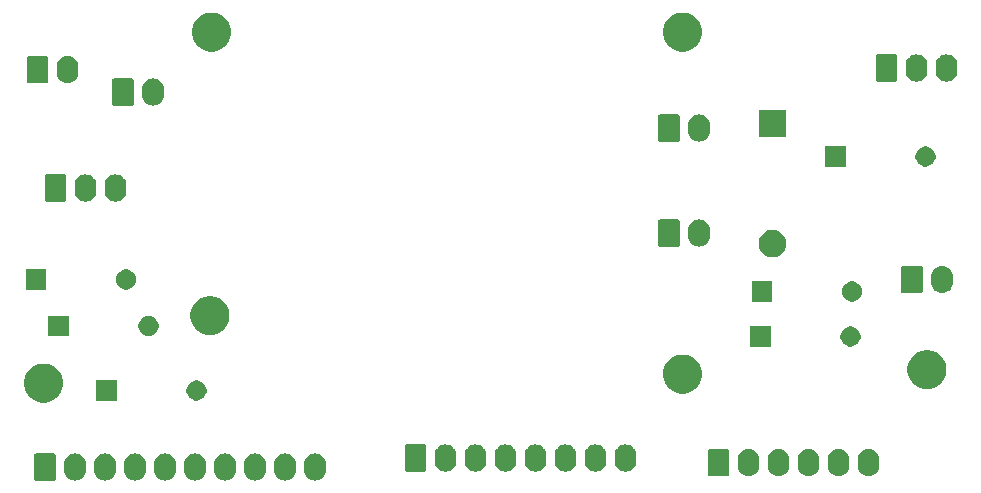
<source format=gbr>
G04 #@! TF.GenerationSoftware,KiCad,Pcbnew,(5.1.5-0-10_14)*
G04 #@! TF.CreationDate,2021-04-18T14:44:46+10:00*
G04 #@! TF.ProjectId,OH - Right Console - 5 - Sensor Panel,4f48202d-2052-4696-9768-7420436f6e73,rev?*
G04 #@! TF.SameCoordinates,Original*
G04 #@! TF.FileFunction,Soldermask,Top*
G04 #@! TF.FilePolarity,Negative*
%FSLAX46Y46*%
G04 Gerber Fmt 4.6, Leading zero omitted, Abs format (unit mm)*
G04 Created by KiCad (PCBNEW (5.1.5-0-10_14)) date 2021-04-18 14:44:46*
%MOMM*%
%LPD*%
G04 APERTURE LIST*
%ADD10C,0.100000*%
G04 APERTURE END LIST*
D10*
G36*
X75745547Y-99573326D02*
G01*
X75919156Y-99625990D01*
X75919158Y-99625991D01*
X76079155Y-99711511D01*
X76219397Y-99826603D01*
X76295595Y-99919452D01*
X76334489Y-99966844D01*
X76420010Y-100126843D01*
X76472674Y-100300452D01*
X76486000Y-100435756D01*
X76486000Y-100986243D01*
X76472674Y-101121548D01*
X76420010Y-101295157D01*
X76334489Y-101455156D01*
X76317452Y-101475915D01*
X76219397Y-101595397D01*
X76122729Y-101674729D01*
X76079156Y-101710489D01*
X75919157Y-101796010D01*
X75745548Y-101848674D01*
X75565000Y-101866456D01*
X75384453Y-101848674D01*
X75210844Y-101796010D01*
X75050845Y-101710489D01*
X75007272Y-101674729D01*
X74910604Y-101595397D01*
X74795513Y-101455157D01*
X74795512Y-101455155D01*
X74709990Y-101295157D01*
X74657326Y-101121548D01*
X74644000Y-100986244D01*
X74644000Y-100435757D01*
X74657326Y-100300453D01*
X74709990Y-100126844D01*
X74795511Y-99966845D01*
X74795512Y-99966844D01*
X74910603Y-99826603D01*
X75007271Y-99747271D01*
X75050844Y-99711511D01*
X75210843Y-99625990D01*
X75384452Y-99573326D01*
X75565000Y-99555544D01*
X75745547Y-99573326D01*
G37*
G36*
X78285547Y-99573326D02*
G01*
X78459156Y-99625990D01*
X78459158Y-99625991D01*
X78619155Y-99711511D01*
X78759397Y-99826603D01*
X78835595Y-99919452D01*
X78874489Y-99966844D01*
X78960010Y-100126843D01*
X79012674Y-100300452D01*
X79026000Y-100435756D01*
X79026000Y-100986243D01*
X79012674Y-101121548D01*
X78960010Y-101295157D01*
X78874489Y-101455156D01*
X78857452Y-101475915D01*
X78759397Y-101595397D01*
X78662729Y-101674729D01*
X78619156Y-101710489D01*
X78459157Y-101796010D01*
X78285548Y-101848674D01*
X78105000Y-101866456D01*
X77924453Y-101848674D01*
X77750844Y-101796010D01*
X77590845Y-101710489D01*
X77547272Y-101674729D01*
X77450604Y-101595397D01*
X77335513Y-101455157D01*
X77335512Y-101455155D01*
X77249990Y-101295157D01*
X77197326Y-101121548D01*
X77184000Y-100986244D01*
X77184000Y-100435757D01*
X77197326Y-100300453D01*
X77249990Y-100126844D01*
X77335511Y-99966845D01*
X77335512Y-99966844D01*
X77450603Y-99826603D01*
X77547271Y-99747271D01*
X77590844Y-99711511D01*
X77750843Y-99625990D01*
X77924452Y-99573326D01*
X78105000Y-99555544D01*
X78285547Y-99573326D01*
G37*
G36*
X80825547Y-99573326D02*
G01*
X80999156Y-99625990D01*
X80999158Y-99625991D01*
X81159155Y-99711511D01*
X81299397Y-99826603D01*
X81375595Y-99919452D01*
X81414489Y-99966844D01*
X81500010Y-100126843D01*
X81552674Y-100300452D01*
X81566000Y-100435756D01*
X81566000Y-100986243D01*
X81552674Y-101121548D01*
X81500010Y-101295157D01*
X81414489Y-101455156D01*
X81397452Y-101475915D01*
X81299397Y-101595397D01*
X81202729Y-101674729D01*
X81159156Y-101710489D01*
X80999157Y-101796010D01*
X80825548Y-101848674D01*
X80645000Y-101866456D01*
X80464453Y-101848674D01*
X80290844Y-101796010D01*
X80130845Y-101710489D01*
X80087272Y-101674729D01*
X79990604Y-101595397D01*
X79875513Y-101455157D01*
X79875512Y-101455155D01*
X79789990Y-101295157D01*
X79737326Y-101121548D01*
X79724000Y-100986244D01*
X79724000Y-100435757D01*
X79737326Y-100300453D01*
X79789990Y-100126844D01*
X79875511Y-99966845D01*
X79875512Y-99966844D01*
X79990603Y-99826603D01*
X80087271Y-99747271D01*
X80130844Y-99711511D01*
X80290843Y-99625990D01*
X80464452Y-99573326D01*
X80645000Y-99555544D01*
X80825547Y-99573326D01*
G37*
G36*
X83365547Y-99573326D02*
G01*
X83539156Y-99625990D01*
X83539158Y-99625991D01*
X83699155Y-99711511D01*
X83839397Y-99826603D01*
X83915595Y-99919452D01*
X83954489Y-99966844D01*
X84040010Y-100126843D01*
X84092674Y-100300452D01*
X84106000Y-100435756D01*
X84106000Y-100986243D01*
X84092674Y-101121548D01*
X84040010Y-101295157D01*
X83954489Y-101455156D01*
X83937452Y-101475915D01*
X83839397Y-101595397D01*
X83742729Y-101674729D01*
X83699156Y-101710489D01*
X83539157Y-101796010D01*
X83365548Y-101848674D01*
X83185000Y-101866456D01*
X83004453Y-101848674D01*
X82830844Y-101796010D01*
X82670845Y-101710489D01*
X82627272Y-101674729D01*
X82530604Y-101595397D01*
X82415513Y-101455157D01*
X82415512Y-101455155D01*
X82329990Y-101295157D01*
X82277326Y-101121548D01*
X82264000Y-100986244D01*
X82264000Y-100435757D01*
X82277326Y-100300453D01*
X82329990Y-100126844D01*
X82415511Y-99966845D01*
X82415512Y-99966844D01*
X82530603Y-99826603D01*
X82627271Y-99747271D01*
X82670844Y-99711511D01*
X82830843Y-99625990D01*
X83004452Y-99573326D01*
X83185000Y-99555544D01*
X83365547Y-99573326D01*
G37*
G36*
X85905547Y-99573326D02*
G01*
X86079156Y-99625990D01*
X86079158Y-99625991D01*
X86239155Y-99711511D01*
X86379397Y-99826603D01*
X86455595Y-99919452D01*
X86494489Y-99966844D01*
X86580010Y-100126843D01*
X86632674Y-100300452D01*
X86646000Y-100435756D01*
X86646000Y-100986243D01*
X86632674Y-101121548D01*
X86580010Y-101295157D01*
X86494489Y-101455156D01*
X86477452Y-101475915D01*
X86379397Y-101595397D01*
X86282729Y-101674729D01*
X86239156Y-101710489D01*
X86079157Y-101796010D01*
X85905548Y-101848674D01*
X85725000Y-101866456D01*
X85544453Y-101848674D01*
X85370844Y-101796010D01*
X85210845Y-101710489D01*
X85167272Y-101674729D01*
X85070604Y-101595397D01*
X84955513Y-101455157D01*
X84955512Y-101455155D01*
X84869990Y-101295157D01*
X84817326Y-101121548D01*
X84804000Y-100986244D01*
X84804000Y-100435757D01*
X84817326Y-100300453D01*
X84869990Y-100126844D01*
X84955511Y-99966845D01*
X84955512Y-99966844D01*
X85070603Y-99826603D01*
X85167271Y-99747271D01*
X85210844Y-99711511D01*
X85370843Y-99625990D01*
X85544452Y-99573326D01*
X85725000Y-99555544D01*
X85905547Y-99573326D01*
G37*
G36*
X88445547Y-99573326D02*
G01*
X88619156Y-99625990D01*
X88619158Y-99625991D01*
X88779155Y-99711511D01*
X88919397Y-99826603D01*
X88995595Y-99919452D01*
X89034489Y-99966844D01*
X89120010Y-100126843D01*
X89172674Y-100300452D01*
X89186000Y-100435756D01*
X89186000Y-100986243D01*
X89172674Y-101121548D01*
X89120010Y-101295157D01*
X89034489Y-101455156D01*
X89017452Y-101475915D01*
X88919397Y-101595397D01*
X88822729Y-101674729D01*
X88779156Y-101710489D01*
X88619157Y-101796010D01*
X88445548Y-101848674D01*
X88265000Y-101866456D01*
X88084453Y-101848674D01*
X87910844Y-101796010D01*
X87750845Y-101710489D01*
X87707272Y-101674729D01*
X87610604Y-101595397D01*
X87495513Y-101455157D01*
X87495512Y-101455155D01*
X87409990Y-101295157D01*
X87357326Y-101121548D01*
X87344000Y-100986244D01*
X87344000Y-100435757D01*
X87357326Y-100300453D01*
X87409990Y-100126844D01*
X87495511Y-99966845D01*
X87495512Y-99966844D01*
X87610603Y-99826603D01*
X87707271Y-99747271D01*
X87750844Y-99711511D01*
X87910843Y-99625990D01*
X88084452Y-99573326D01*
X88265000Y-99555544D01*
X88445547Y-99573326D01*
G37*
G36*
X90985547Y-99573326D02*
G01*
X91159156Y-99625990D01*
X91159158Y-99625991D01*
X91319155Y-99711511D01*
X91459397Y-99826603D01*
X91535595Y-99919452D01*
X91574489Y-99966844D01*
X91660010Y-100126843D01*
X91712674Y-100300452D01*
X91726000Y-100435756D01*
X91726000Y-100986243D01*
X91712674Y-101121548D01*
X91660010Y-101295157D01*
X91574489Y-101455156D01*
X91557452Y-101475915D01*
X91459397Y-101595397D01*
X91362729Y-101674729D01*
X91319156Y-101710489D01*
X91159157Y-101796010D01*
X90985548Y-101848674D01*
X90805000Y-101866456D01*
X90624453Y-101848674D01*
X90450844Y-101796010D01*
X90290845Y-101710489D01*
X90247272Y-101674729D01*
X90150604Y-101595397D01*
X90035513Y-101455157D01*
X90035512Y-101455155D01*
X89949990Y-101295157D01*
X89897326Y-101121548D01*
X89884000Y-100986244D01*
X89884000Y-100435757D01*
X89897326Y-100300453D01*
X89949990Y-100126844D01*
X90035511Y-99966845D01*
X90035512Y-99966844D01*
X90150603Y-99826603D01*
X90247271Y-99747271D01*
X90290844Y-99711511D01*
X90450843Y-99625990D01*
X90624452Y-99573326D01*
X90805000Y-99555544D01*
X90985547Y-99573326D01*
G37*
G36*
X93525547Y-99573326D02*
G01*
X93699156Y-99625990D01*
X93699158Y-99625991D01*
X93859155Y-99711511D01*
X93999397Y-99826603D01*
X94075595Y-99919452D01*
X94114489Y-99966844D01*
X94200010Y-100126843D01*
X94252674Y-100300452D01*
X94266000Y-100435756D01*
X94266000Y-100986243D01*
X94252674Y-101121548D01*
X94200010Y-101295157D01*
X94114489Y-101455156D01*
X94097452Y-101475915D01*
X93999397Y-101595397D01*
X93902729Y-101674729D01*
X93859156Y-101710489D01*
X93699157Y-101796010D01*
X93525548Y-101848674D01*
X93345000Y-101866456D01*
X93164453Y-101848674D01*
X92990844Y-101796010D01*
X92830845Y-101710489D01*
X92787272Y-101674729D01*
X92690604Y-101595397D01*
X92575513Y-101455157D01*
X92575512Y-101455155D01*
X92489990Y-101295157D01*
X92437326Y-101121548D01*
X92424000Y-100986244D01*
X92424000Y-100435757D01*
X92437326Y-100300453D01*
X92489990Y-100126844D01*
X92575511Y-99966845D01*
X92575512Y-99966844D01*
X92690603Y-99826603D01*
X92787271Y-99747271D01*
X92830844Y-99711511D01*
X92990843Y-99625990D01*
X93164452Y-99573326D01*
X93345000Y-99555544D01*
X93525547Y-99573326D01*
G37*
G36*
X96065547Y-99573326D02*
G01*
X96239156Y-99625990D01*
X96239158Y-99625991D01*
X96399155Y-99711511D01*
X96539397Y-99826603D01*
X96615595Y-99919452D01*
X96654489Y-99966844D01*
X96740010Y-100126843D01*
X96792674Y-100300452D01*
X96806000Y-100435756D01*
X96806000Y-100986243D01*
X96792674Y-101121548D01*
X96740010Y-101295157D01*
X96654489Y-101455156D01*
X96637452Y-101475915D01*
X96539397Y-101595397D01*
X96442729Y-101674729D01*
X96399156Y-101710489D01*
X96239157Y-101796010D01*
X96065548Y-101848674D01*
X95885000Y-101866456D01*
X95704453Y-101848674D01*
X95530844Y-101796010D01*
X95370845Y-101710489D01*
X95327272Y-101674729D01*
X95230604Y-101595397D01*
X95115513Y-101455157D01*
X95115512Y-101455155D01*
X95029990Y-101295157D01*
X94977326Y-101121548D01*
X94964000Y-100986244D01*
X94964000Y-100435757D01*
X94977326Y-100300453D01*
X95029990Y-100126844D01*
X95115511Y-99966845D01*
X95115512Y-99966844D01*
X95230603Y-99826603D01*
X95327271Y-99747271D01*
X95370844Y-99711511D01*
X95530843Y-99625990D01*
X95704452Y-99573326D01*
X95885000Y-99555544D01*
X96065547Y-99573326D01*
G37*
G36*
X73804561Y-99563966D02*
G01*
X73837383Y-99573923D01*
X73867632Y-99590092D01*
X73894148Y-99611852D01*
X73915908Y-99638368D01*
X73932077Y-99668617D01*
X73942034Y-99701439D01*
X73946000Y-99741713D01*
X73946000Y-101680287D01*
X73942034Y-101720561D01*
X73932077Y-101753383D01*
X73915908Y-101783632D01*
X73894148Y-101810148D01*
X73867632Y-101831908D01*
X73837383Y-101848077D01*
X73804561Y-101858034D01*
X73764287Y-101862000D01*
X72285713Y-101862000D01*
X72245439Y-101858034D01*
X72212617Y-101848077D01*
X72182368Y-101831908D01*
X72155852Y-101810148D01*
X72134092Y-101783632D01*
X72117923Y-101753383D01*
X72107966Y-101720561D01*
X72104000Y-101680287D01*
X72104000Y-99741713D01*
X72107966Y-99701439D01*
X72117923Y-99668617D01*
X72134092Y-99638368D01*
X72155852Y-99611852D01*
X72182368Y-99590092D01*
X72212617Y-99573923D01*
X72245439Y-99563966D01*
X72285713Y-99560000D01*
X73764287Y-99560000D01*
X73804561Y-99563966D01*
G37*
G36*
X142928547Y-99192326D02*
G01*
X143102156Y-99244990D01*
X143102158Y-99244991D01*
X143262155Y-99330511D01*
X143402397Y-99445603D01*
X143478595Y-99538452D01*
X143517489Y-99585844D01*
X143561732Y-99668617D01*
X143600803Y-99741713D01*
X143603010Y-99745843D01*
X143655674Y-99919452D01*
X143669000Y-100054756D01*
X143669000Y-100605243D01*
X143655674Y-100740548D01*
X143603010Y-100914157D01*
X143517489Y-101074156D01*
X143500452Y-101094915D01*
X143402397Y-101214397D01*
X143305729Y-101293729D01*
X143262156Y-101329489D01*
X143102157Y-101415010D01*
X142928548Y-101467674D01*
X142748000Y-101485456D01*
X142567453Y-101467674D01*
X142393844Y-101415010D01*
X142233845Y-101329489D01*
X142190272Y-101293729D01*
X142093604Y-101214397D01*
X141978513Y-101074157D01*
X141978512Y-101074155D01*
X141892990Y-100914157D01*
X141840326Y-100740548D01*
X141827000Y-100605244D01*
X141827000Y-100054757D01*
X141840326Y-99919453D01*
X141892990Y-99745844D01*
X141978511Y-99585845D01*
X141995548Y-99565085D01*
X142093603Y-99445603D01*
X142190271Y-99366271D01*
X142233844Y-99330511D01*
X142393843Y-99244990D01*
X142567452Y-99192326D01*
X142748000Y-99174544D01*
X142928547Y-99192326D01*
G37*
G36*
X140388547Y-99192326D02*
G01*
X140562156Y-99244990D01*
X140562158Y-99244991D01*
X140722155Y-99330511D01*
X140862397Y-99445603D01*
X140938595Y-99538452D01*
X140977489Y-99585844D01*
X141021732Y-99668617D01*
X141060803Y-99741713D01*
X141063010Y-99745843D01*
X141115674Y-99919452D01*
X141129000Y-100054756D01*
X141129000Y-100605243D01*
X141115674Y-100740548D01*
X141063010Y-100914157D01*
X140977489Y-101074156D01*
X140960452Y-101094915D01*
X140862397Y-101214397D01*
X140765729Y-101293729D01*
X140722156Y-101329489D01*
X140562157Y-101415010D01*
X140388548Y-101467674D01*
X140208000Y-101485456D01*
X140027453Y-101467674D01*
X139853844Y-101415010D01*
X139693845Y-101329489D01*
X139650272Y-101293729D01*
X139553604Y-101214397D01*
X139438513Y-101074157D01*
X139438512Y-101074155D01*
X139352990Y-100914157D01*
X139300326Y-100740548D01*
X139287000Y-100605244D01*
X139287000Y-100054757D01*
X139300326Y-99919453D01*
X139352990Y-99745844D01*
X139438511Y-99585845D01*
X139455548Y-99565085D01*
X139553603Y-99445603D01*
X139650271Y-99366271D01*
X139693844Y-99330511D01*
X139853843Y-99244990D01*
X140027452Y-99192326D01*
X140208000Y-99174544D01*
X140388547Y-99192326D01*
G37*
G36*
X137848547Y-99192326D02*
G01*
X138022156Y-99244990D01*
X138022158Y-99244991D01*
X138182155Y-99330511D01*
X138322397Y-99445603D01*
X138398595Y-99538452D01*
X138437489Y-99585844D01*
X138481732Y-99668617D01*
X138520803Y-99741713D01*
X138523010Y-99745843D01*
X138575674Y-99919452D01*
X138589000Y-100054756D01*
X138589000Y-100605243D01*
X138575674Y-100740548D01*
X138523010Y-100914157D01*
X138437489Y-101074156D01*
X138420452Y-101094915D01*
X138322397Y-101214397D01*
X138225729Y-101293729D01*
X138182156Y-101329489D01*
X138022157Y-101415010D01*
X137848548Y-101467674D01*
X137668000Y-101485456D01*
X137487453Y-101467674D01*
X137313844Y-101415010D01*
X137153845Y-101329489D01*
X137110272Y-101293729D01*
X137013604Y-101214397D01*
X136898513Y-101074157D01*
X136898512Y-101074155D01*
X136812990Y-100914157D01*
X136760326Y-100740548D01*
X136747000Y-100605244D01*
X136747000Y-100054757D01*
X136760326Y-99919453D01*
X136812990Y-99745844D01*
X136898511Y-99585845D01*
X136915548Y-99565085D01*
X137013603Y-99445603D01*
X137110271Y-99366271D01*
X137153844Y-99330511D01*
X137313843Y-99244990D01*
X137487452Y-99192326D01*
X137668000Y-99174544D01*
X137848547Y-99192326D01*
G37*
G36*
X135308547Y-99192326D02*
G01*
X135482156Y-99244990D01*
X135482158Y-99244991D01*
X135642155Y-99330511D01*
X135782397Y-99445603D01*
X135858595Y-99538452D01*
X135897489Y-99585844D01*
X135941732Y-99668617D01*
X135980803Y-99741713D01*
X135983010Y-99745843D01*
X136035674Y-99919452D01*
X136049000Y-100054756D01*
X136049000Y-100605243D01*
X136035674Y-100740548D01*
X135983010Y-100914157D01*
X135897489Y-101074156D01*
X135880452Y-101094915D01*
X135782397Y-101214397D01*
X135685729Y-101293729D01*
X135642156Y-101329489D01*
X135482157Y-101415010D01*
X135308548Y-101467674D01*
X135128000Y-101485456D01*
X134947453Y-101467674D01*
X134773844Y-101415010D01*
X134613845Y-101329489D01*
X134570272Y-101293729D01*
X134473604Y-101214397D01*
X134358513Y-101074157D01*
X134358512Y-101074155D01*
X134272990Y-100914157D01*
X134220326Y-100740548D01*
X134207000Y-100605244D01*
X134207000Y-100054757D01*
X134220326Y-99919453D01*
X134272990Y-99745844D01*
X134358511Y-99585845D01*
X134375548Y-99565085D01*
X134473603Y-99445603D01*
X134570271Y-99366271D01*
X134613844Y-99330511D01*
X134773843Y-99244990D01*
X134947452Y-99192326D01*
X135128000Y-99174544D01*
X135308547Y-99192326D01*
G37*
G36*
X132768547Y-99192326D02*
G01*
X132942156Y-99244990D01*
X132942158Y-99244991D01*
X133102155Y-99330511D01*
X133242397Y-99445603D01*
X133318595Y-99538452D01*
X133357489Y-99585844D01*
X133401732Y-99668617D01*
X133440803Y-99741713D01*
X133443010Y-99745843D01*
X133495674Y-99919452D01*
X133509000Y-100054756D01*
X133509000Y-100605243D01*
X133495674Y-100740548D01*
X133443010Y-100914157D01*
X133357489Y-101074156D01*
X133340452Y-101094915D01*
X133242397Y-101214397D01*
X133145729Y-101293729D01*
X133102156Y-101329489D01*
X132942157Y-101415010D01*
X132768548Y-101467674D01*
X132588000Y-101485456D01*
X132407453Y-101467674D01*
X132233844Y-101415010D01*
X132073845Y-101329489D01*
X132030272Y-101293729D01*
X131933604Y-101214397D01*
X131818513Y-101074157D01*
X131818512Y-101074155D01*
X131732990Y-100914157D01*
X131680326Y-100740548D01*
X131667000Y-100605244D01*
X131667000Y-100054757D01*
X131680326Y-99919453D01*
X131732990Y-99745844D01*
X131818511Y-99585845D01*
X131835548Y-99565085D01*
X131933603Y-99445603D01*
X132030271Y-99366271D01*
X132073844Y-99330511D01*
X132233843Y-99244990D01*
X132407452Y-99192326D01*
X132588000Y-99174544D01*
X132768547Y-99192326D01*
G37*
G36*
X130827561Y-99182966D02*
G01*
X130860383Y-99192923D01*
X130890632Y-99209092D01*
X130917148Y-99230852D01*
X130938908Y-99257368D01*
X130955077Y-99287617D01*
X130965034Y-99320439D01*
X130969000Y-99360713D01*
X130969000Y-101299287D01*
X130965034Y-101339561D01*
X130955077Y-101372383D01*
X130938908Y-101402632D01*
X130917148Y-101429148D01*
X130890632Y-101450908D01*
X130860383Y-101467077D01*
X130827561Y-101477034D01*
X130787287Y-101481000D01*
X129308713Y-101481000D01*
X129268439Y-101477034D01*
X129235617Y-101467077D01*
X129205368Y-101450908D01*
X129178852Y-101429148D01*
X129157092Y-101402632D01*
X129140923Y-101372383D01*
X129130966Y-101339561D01*
X129127000Y-101299287D01*
X129127000Y-99360713D01*
X129130966Y-99320439D01*
X129140923Y-99287617D01*
X129157092Y-99257368D01*
X129178852Y-99230852D01*
X129205368Y-99209092D01*
X129235617Y-99192923D01*
X129268439Y-99182966D01*
X129308713Y-99179000D01*
X130787287Y-99179000D01*
X130827561Y-99182966D01*
G37*
G36*
X119814547Y-98811326D02*
G01*
X119988156Y-98863990D01*
X119988158Y-98863991D01*
X120148155Y-98949511D01*
X120288397Y-99064603D01*
X120367729Y-99161271D01*
X120403489Y-99204844D01*
X120447732Y-99287617D01*
X120486803Y-99360713D01*
X120489010Y-99364843D01*
X120541674Y-99538452D01*
X120555000Y-99673756D01*
X120555000Y-100224243D01*
X120541674Y-100359548D01*
X120489010Y-100533157D01*
X120403489Y-100693156D01*
X120367729Y-100736729D01*
X120288397Y-100833397D01*
X120191729Y-100912729D01*
X120148156Y-100948489D01*
X119988157Y-101034010D01*
X119814548Y-101086674D01*
X119634000Y-101104456D01*
X119453453Y-101086674D01*
X119279844Y-101034010D01*
X119119845Y-100948489D01*
X119076272Y-100912729D01*
X118979604Y-100833397D01*
X118864513Y-100693157D01*
X118864512Y-100693155D01*
X118778990Y-100533157D01*
X118726326Y-100359548D01*
X118713000Y-100224244D01*
X118713000Y-99673757D01*
X118726326Y-99538453D01*
X118778990Y-99364844D01*
X118864511Y-99204845D01*
X118881548Y-99184085D01*
X118979603Y-99064603D01*
X119105388Y-98961375D01*
X119119844Y-98949511D01*
X119279843Y-98863990D01*
X119453452Y-98811326D01*
X119634000Y-98793544D01*
X119814547Y-98811326D01*
G37*
G36*
X122354547Y-98811326D02*
G01*
X122528156Y-98863990D01*
X122528158Y-98863991D01*
X122688155Y-98949511D01*
X122828397Y-99064603D01*
X122907729Y-99161271D01*
X122943489Y-99204844D01*
X122987732Y-99287617D01*
X123026803Y-99360713D01*
X123029010Y-99364843D01*
X123081674Y-99538452D01*
X123095000Y-99673756D01*
X123095000Y-100224243D01*
X123081674Y-100359548D01*
X123029010Y-100533157D01*
X122943489Y-100693156D01*
X122907729Y-100736729D01*
X122828397Y-100833397D01*
X122731729Y-100912729D01*
X122688156Y-100948489D01*
X122528157Y-101034010D01*
X122354548Y-101086674D01*
X122174000Y-101104456D01*
X121993453Y-101086674D01*
X121819844Y-101034010D01*
X121659845Y-100948489D01*
X121616272Y-100912729D01*
X121519604Y-100833397D01*
X121404513Y-100693157D01*
X121404512Y-100693155D01*
X121318990Y-100533157D01*
X121266326Y-100359548D01*
X121253000Y-100224244D01*
X121253000Y-99673757D01*
X121266326Y-99538453D01*
X121318990Y-99364844D01*
X121404511Y-99204845D01*
X121421548Y-99184085D01*
X121519603Y-99064603D01*
X121645388Y-98961375D01*
X121659844Y-98949511D01*
X121819843Y-98863990D01*
X121993452Y-98811326D01*
X122174000Y-98793544D01*
X122354547Y-98811326D01*
G37*
G36*
X117274547Y-98811326D02*
G01*
X117448156Y-98863990D01*
X117448158Y-98863991D01*
X117608155Y-98949511D01*
X117748397Y-99064603D01*
X117827729Y-99161271D01*
X117863489Y-99204844D01*
X117907732Y-99287617D01*
X117946803Y-99360713D01*
X117949010Y-99364843D01*
X118001674Y-99538452D01*
X118015000Y-99673756D01*
X118015000Y-100224243D01*
X118001674Y-100359548D01*
X117949010Y-100533157D01*
X117863489Y-100693156D01*
X117827729Y-100736729D01*
X117748397Y-100833397D01*
X117651729Y-100912729D01*
X117608156Y-100948489D01*
X117448157Y-101034010D01*
X117274548Y-101086674D01*
X117094000Y-101104456D01*
X116913453Y-101086674D01*
X116739844Y-101034010D01*
X116579845Y-100948489D01*
X116536272Y-100912729D01*
X116439604Y-100833397D01*
X116324513Y-100693157D01*
X116324512Y-100693155D01*
X116238990Y-100533157D01*
X116186326Y-100359548D01*
X116173000Y-100224244D01*
X116173000Y-99673757D01*
X116186326Y-99538453D01*
X116238990Y-99364844D01*
X116324511Y-99204845D01*
X116341548Y-99184085D01*
X116439603Y-99064603D01*
X116565388Y-98961375D01*
X116579844Y-98949511D01*
X116739843Y-98863990D01*
X116913452Y-98811326D01*
X117094000Y-98793544D01*
X117274547Y-98811326D01*
G37*
G36*
X107114547Y-98811326D02*
G01*
X107288156Y-98863990D01*
X107288158Y-98863991D01*
X107448155Y-98949511D01*
X107588397Y-99064603D01*
X107667729Y-99161271D01*
X107703489Y-99204844D01*
X107747732Y-99287617D01*
X107786803Y-99360713D01*
X107789010Y-99364843D01*
X107841674Y-99538452D01*
X107855000Y-99673756D01*
X107855000Y-100224243D01*
X107841674Y-100359548D01*
X107789010Y-100533157D01*
X107703489Y-100693156D01*
X107667729Y-100736729D01*
X107588397Y-100833397D01*
X107491729Y-100912729D01*
X107448156Y-100948489D01*
X107288157Y-101034010D01*
X107114548Y-101086674D01*
X106934000Y-101104456D01*
X106753453Y-101086674D01*
X106579844Y-101034010D01*
X106419845Y-100948489D01*
X106376272Y-100912729D01*
X106279604Y-100833397D01*
X106164513Y-100693157D01*
X106164512Y-100693155D01*
X106078990Y-100533157D01*
X106026326Y-100359548D01*
X106013000Y-100224244D01*
X106013000Y-99673757D01*
X106026326Y-99538453D01*
X106078990Y-99364844D01*
X106164511Y-99204845D01*
X106181548Y-99184085D01*
X106279603Y-99064603D01*
X106405388Y-98961375D01*
X106419844Y-98949511D01*
X106579843Y-98863990D01*
X106753452Y-98811326D01*
X106934000Y-98793544D01*
X107114547Y-98811326D01*
G37*
G36*
X109654547Y-98811326D02*
G01*
X109828156Y-98863990D01*
X109828158Y-98863991D01*
X109988155Y-98949511D01*
X110128397Y-99064603D01*
X110207729Y-99161271D01*
X110243489Y-99204844D01*
X110287732Y-99287617D01*
X110326803Y-99360713D01*
X110329010Y-99364843D01*
X110381674Y-99538452D01*
X110395000Y-99673756D01*
X110395000Y-100224243D01*
X110381674Y-100359548D01*
X110329010Y-100533157D01*
X110243489Y-100693156D01*
X110207729Y-100736729D01*
X110128397Y-100833397D01*
X110031729Y-100912729D01*
X109988156Y-100948489D01*
X109828157Y-101034010D01*
X109654548Y-101086674D01*
X109474000Y-101104456D01*
X109293453Y-101086674D01*
X109119844Y-101034010D01*
X108959845Y-100948489D01*
X108916272Y-100912729D01*
X108819604Y-100833397D01*
X108704513Y-100693157D01*
X108704512Y-100693155D01*
X108618990Y-100533157D01*
X108566326Y-100359548D01*
X108553000Y-100224244D01*
X108553000Y-99673757D01*
X108566326Y-99538453D01*
X108618990Y-99364844D01*
X108704511Y-99204845D01*
X108721548Y-99184085D01*
X108819603Y-99064603D01*
X108945388Y-98961375D01*
X108959844Y-98949511D01*
X109119843Y-98863990D01*
X109293452Y-98811326D01*
X109474000Y-98793544D01*
X109654547Y-98811326D01*
G37*
G36*
X112194547Y-98811326D02*
G01*
X112368156Y-98863990D01*
X112368158Y-98863991D01*
X112528155Y-98949511D01*
X112668397Y-99064603D01*
X112747729Y-99161271D01*
X112783489Y-99204844D01*
X112827732Y-99287617D01*
X112866803Y-99360713D01*
X112869010Y-99364843D01*
X112921674Y-99538452D01*
X112935000Y-99673756D01*
X112935000Y-100224243D01*
X112921674Y-100359548D01*
X112869010Y-100533157D01*
X112783489Y-100693156D01*
X112747729Y-100736729D01*
X112668397Y-100833397D01*
X112571729Y-100912729D01*
X112528156Y-100948489D01*
X112368157Y-101034010D01*
X112194548Y-101086674D01*
X112014000Y-101104456D01*
X111833453Y-101086674D01*
X111659844Y-101034010D01*
X111499845Y-100948489D01*
X111456272Y-100912729D01*
X111359604Y-100833397D01*
X111244513Y-100693157D01*
X111244512Y-100693155D01*
X111158990Y-100533157D01*
X111106326Y-100359548D01*
X111093000Y-100224244D01*
X111093000Y-99673757D01*
X111106326Y-99538453D01*
X111158990Y-99364844D01*
X111244511Y-99204845D01*
X111261548Y-99184085D01*
X111359603Y-99064603D01*
X111485388Y-98961375D01*
X111499844Y-98949511D01*
X111659843Y-98863990D01*
X111833452Y-98811326D01*
X112014000Y-98793544D01*
X112194547Y-98811326D01*
G37*
G36*
X114734547Y-98811326D02*
G01*
X114908156Y-98863990D01*
X114908158Y-98863991D01*
X115068155Y-98949511D01*
X115208397Y-99064603D01*
X115287729Y-99161271D01*
X115323489Y-99204844D01*
X115367732Y-99287617D01*
X115406803Y-99360713D01*
X115409010Y-99364843D01*
X115461674Y-99538452D01*
X115475000Y-99673756D01*
X115475000Y-100224243D01*
X115461674Y-100359548D01*
X115409010Y-100533157D01*
X115323489Y-100693156D01*
X115287729Y-100736729D01*
X115208397Y-100833397D01*
X115111729Y-100912729D01*
X115068156Y-100948489D01*
X114908157Y-101034010D01*
X114734548Y-101086674D01*
X114554000Y-101104456D01*
X114373453Y-101086674D01*
X114199844Y-101034010D01*
X114039845Y-100948489D01*
X113996272Y-100912729D01*
X113899604Y-100833397D01*
X113784513Y-100693157D01*
X113784512Y-100693155D01*
X113698990Y-100533157D01*
X113646326Y-100359548D01*
X113633000Y-100224244D01*
X113633000Y-99673757D01*
X113646326Y-99538453D01*
X113698990Y-99364844D01*
X113784511Y-99204845D01*
X113801548Y-99184085D01*
X113899603Y-99064603D01*
X114025388Y-98961375D01*
X114039844Y-98949511D01*
X114199843Y-98863990D01*
X114373452Y-98811326D01*
X114554000Y-98793544D01*
X114734547Y-98811326D01*
G37*
G36*
X105173561Y-98801966D02*
G01*
X105206383Y-98811923D01*
X105236632Y-98828092D01*
X105263148Y-98849852D01*
X105284908Y-98876368D01*
X105301077Y-98906617D01*
X105311034Y-98939439D01*
X105315000Y-98979713D01*
X105315000Y-100918287D01*
X105311034Y-100958561D01*
X105301077Y-100991383D01*
X105284908Y-101021632D01*
X105263148Y-101048148D01*
X105236632Y-101069908D01*
X105206383Y-101086077D01*
X105173561Y-101096034D01*
X105133287Y-101100000D01*
X103654713Y-101100000D01*
X103614439Y-101096034D01*
X103581617Y-101086077D01*
X103551368Y-101069908D01*
X103524852Y-101048148D01*
X103503092Y-101021632D01*
X103486923Y-100991383D01*
X103476966Y-100958561D01*
X103473000Y-100918287D01*
X103473000Y-98979713D01*
X103476966Y-98939439D01*
X103486923Y-98906617D01*
X103503092Y-98876368D01*
X103524852Y-98849852D01*
X103551368Y-98828092D01*
X103581617Y-98811923D01*
X103614439Y-98801966D01*
X103654713Y-98798000D01*
X105133287Y-98798000D01*
X105173561Y-98801966D01*
G37*
G36*
X73193442Y-91974422D02*
G01*
X73379579Y-92011447D01*
X73680042Y-92135903D01*
X73950451Y-92316585D01*
X74180415Y-92546549D01*
X74361097Y-92816958D01*
X74436754Y-92999609D01*
X74485553Y-93117422D01*
X74544886Y-93415705D01*
X74549000Y-93436391D01*
X74549000Y-93761609D01*
X74485553Y-94080579D01*
X74361097Y-94381042D01*
X74180415Y-94651451D01*
X73950451Y-94881415D01*
X73680042Y-95062097D01*
X73379579Y-95186553D01*
X73273256Y-95207702D01*
X73060611Y-95250000D01*
X72735389Y-95250000D01*
X72522744Y-95207702D01*
X72416421Y-95186553D01*
X72115958Y-95062097D01*
X71845549Y-94881415D01*
X71615585Y-94651451D01*
X71434903Y-94381042D01*
X71310447Y-94080579D01*
X71247000Y-93761609D01*
X71247000Y-93436391D01*
X71251115Y-93415705D01*
X71310447Y-93117422D01*
X71359247Y-92999609D01*
X71434903Y-92816958D01*
X71615585Y-92546549D01*
X71845549Y-92316585D01*
X72115958Y-92135903D01*
X72416421Y-92011447D01*
X72602558Y-91974422D01*
X72735389Y-91948000D01*
X73060611Y-91948000D01*
X73193442Y-91974422D01*
G37*
G36*
X86100228Y-93415703D02*
G01*
X86255100Y-93479853D01*
X86394481Y-93572985D01*
X86513015Y-93691519D01*
X86606147Y-93830900D01*
X86670297Y-93985772D01*
X86703000Y-94150184D01*
X86703000Y-94317816D01*
X86670297Y-94482228D01*
X86606147Y-94637100D01*
X86513015Y-94776481D01*
X86394481Y-94895015D01*
X86255100Y-94988147D01*
X86100228Y-95052297D01*
X85935816Y-95085000D01*
X85768184Y-95085000D01*
X85603772Y-95052297D01*
X85448900Y-94988147D01*
X85309519Y-94895015D01*
X85190985Y-94776481D01*
X85097853Y-94637100D01*
X85033703Y-94482228D01*
X85001000Y-94317816D01*
X85001000Y-94150184D01*
X85033703Y-93985772D01*
X85097853Y-93830900D01*
X85190985Y-93691519D01*
X85309519Y-93572985D01*
X85448900Y-93479853D01*
X85603772Y-93415703D01*
X85768184Y-93383000D01*
X85935816Y-93383000D01*
X86100228Y-93415703D01*
G37*
G36*
X79083000Y-95085000D02*
G01*
X77381000Y-95085000D01*
X77381000Y-93383000D01*
X79083000Y-93383000D01*
X79083000Y-95085000D01*
G37*
G36*
X127375256Y-91228298D02*
G01*
X127481579Y-91249447D01*
X127782042Y-91373903D01*
X128052451Y-91554585D01*
X128282415Y-91784549D01*
X128463097Y-92054958D01*
X128571467Y-92316585D01*
X128587553Y-92355422D01*
X128639905Y-92618609D01*
X128651000Y-92674391D01*
X128651000Y-92999609D01*
X128587553Y-93318579D01*
X128520751Y-93479852D01*
X128482175Y-93572985D01*
X128463097Y-93619042D01*
X128282415Y-93889451D01*
X128052451Y-94119415D01*
X127782042Y-94300097D01*
X127481579Y-94424553D01*
X127375256Y-94445702D01*
X127162611Y-94488000D01*
X126837389Y-94488000D01*
X126624744Y-94445702D01*
X126518421Y-94424553D01*
X126217958Y-94300097D01*
X125947549Y-94119415D01*
X125717585Y-93889451D01*
X125536903Y-93619042D01*
X125517826Y-93572985D01*
X125479249Y-93479852D01*
X125412447Y-93318579D01*
X125349000Y-92999609D01*
X125349000Y-92674391D01*
X125360096Y-92618609D01*
X125412447Y-92355422D01*
X125428534Y-92316585D01*
X125536903Y-92054958D01*
X125717585Y-91784549D01*
X125947549Y-91554585D01*
X126217958Y-91373903D01*
X126518421Y-91249447D01*
X126624744Y-91228298D01*
X126837389Y-91186000D01*
X127162611Y-91186000D01*
X127375256Y-91228298D01*
G37*
G36*
X148076256Y-90847298D02*
G01*
X148182579Y-90868447D01*
X148483042Y-90992903D01*
X148753451Y-91173585D01*
X148983415Y-91403549D01*
X149084334Y-91554585D01*
X149164098Y-91673960D01*
X149288553Y-91974422D01*
X149352000Y-92293389D01*
X149352000Y-92618611D01*
X149312546Y-92816958D01*
X149288553Y-92937579D01*
X149164097Y-93238042D01*
X148983415Y-93508451D01*
X148753451Y-93738415D01*
X148483042Y-93919097D01*
X148182579Y-94043553D01*
X148076256Y-94064702D01*
X147863611Y-94107000D01*
X147538389Y-94107000D01*
X147325744Y-94064702D01*
X147219421Y-94043553D01*
X146918958Y-93919097D01*
X146648549Y-93738415D01*
X146418585Y-93508451D01*
X146237903Y-93238042D01*
X146113447Y-92937579D01*
X146089454Y-92816958D01*
X146050000Y-92618611D01*
X146050000Y-92293389D01*
X146113447Y-91974422D01*
X146237902Y-91673960D01*
X146317666Y-91554585D01*
X146418585Y-91403549D01*
X146648549Y-91173585D01*
X146918958Y-90992903D01*
X147219421Y-90868447D01*
X147325744Y-90847298D01*
X147538389Y-90805000D01*
X147863611Y-90805000D01*
X148076256Y-90847298D01*
G37*
G36*
X134455000Y-90513000D02*
G01*
X132753000Y-90513000D01*
X132753000Y-88811000D01*
X134455000Y-88811000D01*
X134455000Y-90513000D01*
G37*
G36*
X141472228Y-88843703D02*
G01*
X141627100Y-88907853D01*
X141766481Y-89000985D01*
X141885015Y-89119519D01*
X141978147Y-89258900D01*
X142042297Y-89413772D01*
X142075000Y-89578184D01*
X142075000Y-89745816D01*
X142042297Y-89910228D01*
X141978147Y-90065100D01*
X141885015Y-90204481D01*
X141766481Y-90323015D01*
X141627100Y-90416147D01*
X141472228Y-90480297D01*
X141307816Y-90513000D01*
X141140184Y-90513000D01*
X140975772Y-90480297D01*
X140820900Y-90416147D01*
X140681519Y-90323015D01*
X140562985Y-90204481D01*
X140469853Y-90065100D01*
X140405703Y-89910228D01*
X140373000Y-89745816D01*
X140373000Y-89578184D01*
X140405703Y-89413772D01*
X140469853Y-89258900D01*
X140562985Y-89119519D01*
X140681519Y-89000985D01*
X140820900Y-88907853D01*
X140975772Y-88843703D01*
X141140184Y-88811000D01*
X141307816Y-88811000D01*
X141472228Y-88843703D01*
G37*
G36*
X75019000Y-89624000D02*
G01*
X73317000Y-89624000D01*
X73317000Y-87922000D01*
X75019000Y-87922000D01*
X75019000Y-89624000D01*
G37*
G36*
X82036228Y-87954703D02*
G01*
X82191100Y-88018853D01*
X82330481Y-88111985D01*
X82449015Y-88230519D01*
X82542147Y-88369900D01*
X82606297Y-88524772D01*
X82639000Y-88689184D01*
X82639000Y-88856816D01*
X82606297Y-89021228D01*
X82542147Y-89176100D01*
X82449015Y-89315481D01*
X82330481Y-89434015D01*
X82191100Y-89527147D01*
X82036228Y-89591297D01*
X81871816Y-89624000D01*
X81704184Y-89624000D01*
X81539772Y-89591297D01*
X81384900Y-89527147D01*
X81245519Y-89434015D01*
X81126985Y-89315481D01*
X81033853Y-89176100D01*
X80969703Y-89021228D01*
X80937000Y-88856816D01*
X80937000Y-88689184D01*
X80969703Y-88524772D01*
X81033853Y-88369900D01*
X81126985Y-88230519D01*
X81245519Y-88111985D01*
X81384900Y-88018853D01*
X81539772Y-87954703D01*
X81704184Y-87922000D01*
X81871816Y-87922000D01*
X82036228Y-87954703D01*
G37*
G36*
X87370256Y-86275298D02*
G01*
X87476579Y-86296447D01*
X87777042Y-86420903D01*
X88047451Y-86601585D01*
X88277415Y-86831549D01*
X88458097Y-87101958D01*
X88582553Y-87402421D01*
X88646000Y-87721391D01*
X88646000Y-88046609D01*
X88582553Y-88365579D01*
X88458097Y-88666042D01*
X88277415Y-88936451D01*
X88047451Y-89166415D01*
X87777042Y-89347097D01*
X87476579Y-89471553D01*
X87370256Y-89492702D01*
X87157611Y-89535000D01*
X86832389Y-89535000D01*
X86619744Y-89492702D01*
X86513421Y-89471553D01*
X86212958Y-89347097D01*
X85942549Y-89166415D01*
X85712585Y-88936451D01*
X85531903Y-88666042D01*
X85407447Y-88365579D01*
X85344000Y-88046609D01*
X85344000Y-87721391D01*
X85407447Y-87402421D01*
X85531903Y-87101958D01*
X85712585Y-86831549D01*
X85942549Y-86601585D01*
X86212958Y-86420903D01*
X86513421Y-86296447D01*
X86619744Y-86275298D01*
X86832389Y-86233000D01*
X87157611Y-86233000D01*
X87370256Y-86275298D01*
G37*
G36*
X134582000Y-86703000D02*
G01*
X132880000Y-86703000D01*
X132880000Y-85001000D01*
X134582000Y-85001000D01*
X134582000Y-86703000D01*
G37*
G36*
X141599228Y-85033703D02*
G01*
X141754100Y-85097853D01*
X141893481Y-85190985D01*
X142012015Y-85309519D01*
X142105147Y-85448900D01*
X142169297Y-85603772D01*
X142202000Y-85768184D01*
X142202000Y-85935816D01*
X142169297Y-86100228D01*
X142105147Y-86255100D01*
X142012015Y-86394481D01*
X141893481Y-86513015D01*
X141754100Y-86606147D01*
X141599228Y-86670297D01*
X141434816Y-86703000D01*
X141267184Y-86703000D01*
X141102772Y-86670297D01*
X140947900Y-86606147D01*
X140808519Y-86513015D01*
X140689985Y-86394481D01*
X140596853Y-86255100D01*
X140532703Y-86100228D01*
X140500000Y-85935816D01*
X140500000Y-85768184D01*
X140532703Y-85603772D01*
X140596853Y-85448900D01*
X140689985Y-85309519D01*
X140808519Y-85190985D01*
X140947900Y-85097853D01*
X141102772Y-85033703D01*
X141267184Y-85001000D01*
X141434816Y-85001000D01*
X141599228Y-85033703D01*
G37*
G36*
X149151547Y-83698326D02*
G01*
X149325156Y-83750990D01*
X149325158Y-83750991D01*
X149485155Y-83836511D01*
X149625397Y-83951603D01*
X149704729Y-84048271D01*
X149740489Y-84091844D01*
X149826010Y-84251843D01*
X149878674Y-84425452D01*
X149892000Y-84560756D01*
X149892000Y-85111243D01*
X149878674Y-85246548D01*
X149826010Y-85420157D01*
X149740489Y-85580156D01*
X149704729Y-85623729D01*
X149625397Y-85720397D01*
X149528729Y-85799729D01*
X149485156Y-85835489D01*
X149325157Y-85921010D01*
X149151548Y-85973674D01*
X148971000Y-85991456D01*
X148790453Y-85973674D01*
X148616844Y-85921010D01*
X148456845Y-85835489D01*
X148413272Y-85799729D01*
X148316604Y-85720397D01*
X148209712Y-85590148D01*
X148201512Y-85580156D01*
X148115990Y-85420157D01*
X148063326Y-85246548D01*
X148050000Y-85111244D01*
X148050000Y-84560757D01*
X148063326Y-84425453D01*
X148115990Y-84251844D01*
X148201511Y-84091845D01*
X148209712Y-84081852D01*
X148316603Y-83951603D01*
X148442388Y-83848375D01*
X148456844Y-83836511D01*
X148616843Y-83750990D01*
X148790452Y-83698326D01*
X148971000Y-83680544D01*
X149151547Y-83698326D01*
G37*
G36*
X147210561Y-83688966D02*
G01*
X147243383Y-83698923D01*
X147273632Y-83715092D01*
X147300148Y-83736852D01*
X147321908Y-83763368D01*
X147338077Y-83793617D01*
X147348034Y-83826439D01*
X147352000Y-83866713D01*
X147352000Y-85805287D01*
X147348034Y-85845561D01*
X147338077Y-85878383D01*
X147321908Y-85908632D01*
X147300148Y-85935148D01*
X147273632Y-85956908D01*
X147243383Y-85973077D01*
X147210561Y-85983034D01*
X147170287Y-85987000D01*
X145691713Y-85987000D01*
X145651439Y-85983034D01*
X145618617Y-85973077D01*
X145588368Y-85956908D01*
X145561852Y-85935148D01*
X145540092Y-85908632D01*
X145523923Y-85878383D01*
X145513966Y-85845561D01*
X145510000Y-85805287D01*
X145510000Y-83866713D01*
X145513966Y-83826439D01*
X145523923Y-83793617D01*
X145540092Y-83763368D01*
X145561852Y-83736852D01*
X145588368Y-83715092D01*
X145618617Y-83698923D01*
X145651439Y-83688966D01*
X145691713Y-83685000D01*
X147170287Y-83685000D01*
X147210561Y-83688966D01*
G37*
G36*
X73114000Y-85687000D02*
G01*
X71412000Y-85687000D01*
X71412000Y-83985000D01*
X73114000Y-83985000D01*
X73114000Y-85687000D01*
G37*
G36*
X80131228Y-84017703D02*
G01*
X80286100Y-84081853D01*
X80425481Y-84174985D01*
X80544015Y-84293519D01*
X80637147Y-84432900D01*
X80701297Y-84587772D01*
X80734000Y-84752184D01*
X80734000Y-84919816D01*
X80701297Y-85084228D01*
X80637147Y-85239100D01*
X80544015Y-85378481D01*
X80425481Y-85497015D01*
X80286100Y-85590147D01*
X80131228Y-85654297D01*
X79966816Y-85687000D01*
X79799184Y-85687000D01*
X79634772Y-85654297D01*
X79479900Y-85590147D01*
X79340519Y-85497015D01*
X79221985Y-85378481D01*
X79128853Y-85239100D01*
X79064703Y-85084228D01*
X79032000Y-84919816D01*
X79032000Y-84752184D01*
X79064703Y-84587772D01*
X79128853Y-84432900D01*
X79221985Y-84293519D01*
X79340519Y-84174985D01*
X79479900Y-84081853D01*
X79634772Y-84017703D01*
X79799184Y-83985000D01*
X79966816Y-83985000D01*
X80131228Y-84017703D01*
G37*
G36*
X134844549Y-80659116D02*
G01*
X134955734Y-80681232D01*
X135165203Y-80767997D01*
X135353720Y-80893960D01*
X135514040Y-81054280D01*
X135640003Y-81242797D01*
X135726768Y-81452266D01*
X135732913Y-81483158D01*
X135771000Y-81674635D01*
X135771000Y-81901365D01*
X135764831Y-81932380D01*
X135726768Y-82123734D01*
X135640003Y-82333203D01*
X135514040Y-82521720D01*
X135353720Y-82682040D01*
X135165203Y-82808003D01*
X134955734Y-82894768D01*
X134844549Y-82916884D01*
X134733365Y-82939000D01*
X134506635Y-82939000D01*
X134395451Y-82916884D01*
X134284266Y-82894768D01*
X134074797Y-82808003D01*
X133886280Y-82682040D01*
X133725960Y-82521720D01*
X133599997Y-82333203D01*
X133513232Y-82123734D01*
X133475169Y-81932380D01*
X133469000Y-81901365D01*
X133469000Y-81674635D01*
X133507087Y-81483158D01*
X133513232Y-81452266D01*
X133599997Y-81242797D01*
X133725960Y-81054280D01*
X133886280Y-80893960D01*
X134074797Y-80767997D01*
X134284266Y-80681232D01*
X134395451Y-80659116D01*
X134506635Y-80637000D01*
X134733365Y-80637000D01*
X134844549Y-80659116D01*
G37*
G36*
X128577547Y-79761326D02*
G01*
X128751156Y-79813990D01*
X128751158Y-79813991D01*
X128911155Y-79899511D01*
X129051397Y-80014603D01*
X129130729Y-80111271D01*
X129166489Y-80154844D01*
X129252010Y-80314843D01*
X129304674Y-80488452D01*
X129318000Y-80623756D01*
X129318000Y-81174243D01*
X129304674Y-81309548D01*
X129252010Y-81483157D01*
X129166489Y-81643156D01*
X129140654Y-81674636D01*
X129051397Y-81783397D01*
X128954729Y-81862729D01*
X128911156Y-81898489D01*
X128751157Y-81984010D01*
X128577548Y-82036674D01*
X128397000Y-82054456D01*
X128216453Y-82036674D01*
X128042844Y-81984010D01*
X127882845Y-81898489D01*
X127839272Y-81862729D01*
X127742604Y-81783397D01*
X127627513Y-81643157D01*
X127627512Y-81643155D01*
X127541990Y-81483157D01*
X127489326Y-81309548D01*
X127476000Y-81174244D01*
X127476000Y-80623757D01*
X127489326Y-80488453D01*
X127541990Y-80314844D01*
X127627511Y-80154845D01*
X127627512Y-80154844D01*
X127742603Y-80014603D01*
X127868388Y-79911375D01*
X127882844Y-79899511D01*
X128042843Y-79813990D01*
X128216452Y-79761326D01*
X128397000Y-79743544D01*
X128577547Y-79761326D01*
G37*
G36*
X126636561Y-79751966D02*
G01*
X126669383Y-79761923D01*
X126699632Y-79778092D01*
X126726148Y-79799852D01*
X126747908Y-79826368D01*
X126764077Y-79856617D01*
X126774034Y-79889439D01*
X126778000Y-79929713D01*
X126778000Y-81868287D01*
X126774034Y-81908561D01*
X126764077Y-81941383D01*
X126747908Y-81971632D01*
X126726148Y-81998148D01*
X126699632Y-82019908D01*
X126669383Y-82036077D01*
X126636561Y-82046034D01*
X126596287Y-82050000D01*
X125117713Y-82050000D01*
X125077439Y-82046034D01*
X125044617Y-82036077D01*
X125014368Y-82019908D01*
X124987852Y-81998148D01*
X124966092Y-81971632D01*
X124949923Y-81941383D01*
X124939966Y-81908561D01*
X124936000Y-81868287D01*
X124936000Y-79929713D01*
X124939966Y-79889439D01*
X124949923Y-79856617D01*
X124966092Y-79826368D01*
X124987852Y-79799852D01*
X125014368Y-79778092D01*
X125044617Y-79761923D01*
X125077439Y-79751966D01*
X125117713Y-79748000D01*
X126596287Y-79748000D01*
X126636561Y-79751966D01*
G37*
G36*
X76634547Y-75951326D02*
G01*
X76808156Y-76003990D01*
X76808158Y-76003991D01*
X76968155Y-76089511D01*
X77108397Y-76204603D01*
X77187729Y-76301271D01*
X77223489Y-76344844D01*
X77309010Y-76504843D01*
X77361674Y-76678452D01*
X77375000Y-76813756D01*
X77375000Y-77364243D01*
X77361674Y-77499548D01*
X77309010Y-77673157D01*
X77223489Y-77833156D01*
X77187729Y-77876729D01*
X77108397Y-77973397D01*
X77011729Y-78052729D01*
X76968156Y-78088489D01*
X76808157Y-78174010D01*
X76634548Y-78226674D01*
X76454000Y-78244456D01*
X76273453Y-78226674D01*
X76099844Y-78174010D01*
X75939845Y-78088489D01*
X75896272Y-78052729D01*
X75799604Y-77973397D01*
X75684513Y-77833157D01*
X75684512Y-77833155D01*
X75598990Y-77673157D01*
X75546326Y-77499548D01*
X75533000Y-77364244D01*
X75533000Y-76813757D01*
X75546326Y-76678453D01*
X75598990Y-76504844D01*
X75684511Y-76344845D01*
X75684512Y-76344844D01*
X75799603Y-76204603D01*
X75925388Y-76101375D01*
X75939844Y-76089511D01*
X76099843Y-76003990D01*
X76273452Y-75951326D01*
X76454000Y-75933544D01*
X76634547Y-75951326D01*
G37*
G36*
X79174547Y-75951326D02*
G01*
X79348156Y-76003990D01*
X79348158Y-76003991D01*
X79508155Y-76089511D01*
X79648397Y-76204603D01*
X79727729Y-76301271D01*
X79763489Y-76344844D01*
X79849010Y-76504843D01*
X79901674Y-76678452D01*
X79915000Y-76813756D01*
X79915000Y-77364243D01*
X79901674Y-77499548D01*
X79849010Y-77673157D01*
X79763489Y-77833156D01*
X79727729Y-77876729D01*
X79648397Y-77973397D01*
X79551729Y-78052729D01*
X79508156Y-78088489D01*
X79348157Y-78174010D01*
X79174548Y-78226674D01*
X78994000Y-78244456D01*
X78813453Y-78226674D01*
X78639844Y-78174010D01*
X78479845Y-78088489D01*
X78436272Y-78052729D01*
X78339604Y-77973397D01*
X78224513Y-77833157D01*
X78224512Y-77833155D01*
X78138990Y-77673157D01*
X78086326Y-77499548D01*
X78073000Y-77364244D01*
X78073000Y-76813757D01*
X78086326Y-76678453D01*
X78138990Y-76504844D01*
X78224511Y-76344845D01*
X78224512Y-76344844D01*
X78339603Y-76204603D01*
X78465388Y-76101375D01*
X78479844Y-76089511D01*
X78639843Y-76003990D01*
X78813452Y-75951326D01*
X78994000Y-75933544D01*
X79174547Y-75951326D01*
G37*
G36*
X74693561Y-75941966D02*
G01*
X74726383Y-75951923D01*
X74756632Y-75968092D01*
X74783148Y-75989852D01*
X74804908Y-76016368D01*
X74821077Y-76046617D01*
X74831034Y-76079439D01*
X74835000Y-76119713D01*
X74835000Y-78058287D01*
X74831034Y-78098561D01*
X74821077Y-78131383D01*
X74804908Y-78161632D01*
X74783148Y-78188148D01*
X74756632Y-78209908D01*
X74726383Y-78226077D01*
X74693561Y-78236034D01*
X74653287Y-78240000D01*
X73174713Y-78240000D01*
X73134439Y-78236034D01*
X73101617Y-78226077D01*
X73071368Y-78209908D01*
X73044852Y-78188148D01*
X73023092Y-78161632D01*
X73006923Y-78131383D01*
X72996966Y-78098561D01*
X72993000Y-78058287D01*
X72993000Y-76119713D01*
X72996966Y-76079439D01*
X73006923Y-76046617D01*
X73023092Y-76016368D01*
X73044852Y-75989852D01*
X73071368Y-75968092D01*
X73101617Y-75951923D01*
X73134439Y-75941966D01*
X73174713Y-75938000D01*
X74653287Y-75938000D01*
X74693561Y-75941966D01*
G37*
G36*
X140805000Y-75273000D02*
G01*
X139103000Y-75273000D01*
X139103000Y-73571000D01*
X140805000Y-73571000D01*
X140805000Y-75273000D01*
G37*
G36*
X147822228Y-73603703D02*
G01*
X147977100Y-73667853D01*
X148116481Y-73760985D01*
X148235015Y-73879519D01*
X148328147Y-74018900D01*
X148392297Y-74173772D01*
X148425000Y-74338184D01*
X148425000Y-74505816D01*
X148392297Y-74670228D01*
X148328147Y-74825100D01*
X148235015Y-74964481D01*
X148116481Y-75083015D01*
X147977100Y-75176147D01*
X147822228Y-75240297D01*
X147657816Y-75273000D01*
X147490184Y-75273000D01*
X147325772Y-75240297D01*
X147170900Y-75176147D01*
X147031519Y-75083015D01*
X146912985Y-74964481D01*
X146819853Y-74825100D01*
X146755703Y-74670228D01*
X146723000Y-74505816D01*
X146723000Y-74338184D01*
X146755703Y-74173772D01*
X146819853Y-74018900D01*
X146912985Y-73879519D01*
X147031519Y-73760985D01*
X147170900Y-73667853D01*
X147325772Y-73603703D01*
X147490184Y-73571000D01*
X147657816Y-73571000D01*
X147822228Y-73603703D01*
G37*
G36*
X128577547Y-70871326D02*
G01*
X128751156Y-70923990D01*
X128751158Y-70923991D01*
X128911155Y-71009511D01*
X129051397Y-71124603D01*
X129130729Y-71221271D01*
X129166489Y-71264844D01*
X129252010Y-71424843D01*
X129304674Y-71598452D01*
X129318000Y-71733756D01*
X129318000Y-72284243D01*
X129304674Y-72419548D01*
X129252010Y-72593157D01*
X129166489Y-72753156D01*
X129145279Y-72779000D01*
X129051397Y-72893397D01*
X128954729Y-72972729D01*
X128911156Y-73008489D01*
X128751157Y-73094010D01*
X128577548Y-73146674D01*
X128397000Y-73164456D01*
X128216453Y-73146674D01*
X128042844Y-73094010D01*
X127882845Y-73008489D01*
X127839272Y-72972729D01*
X127742604Y-72893397D01*
X127627513Y-72753157D01*
X127627512Y-72753155D01*
X127541990Y-72593157D01*
X127489326Y-72419548D01*
X127476000Y-72284244D01*
X127476000Y-71733757D01*
X127489326Y-71598453D01*
X127541990Y-71424844D01*
X127627511Y-71264845D01*
X127627512Y-71264844D01*
X127742603Y-71124603D01*
X127868388Y-71021375D01*
X127882844Y-71009511D01*
X128042843Y-70923990D01*
X128216452Y-70871326D01*
X128397000Y-70853544D01*
X128577547Y-70871326D01*
G37*
G36*
X126636561Y-70861966D02*
G01*
X126669383Y-70871923D01*
X126699632Y-70888092D01*
X126726148Y-70909852D01*
X126747908Y-70936368D01*
X126764077Y-70966617D01*
X126774034Y-70999439D01*
X126778000Y-71039713D01*
X126778000Y-72978287D01*
X126774034Y-73018561D01*
X126764077Y-73051383D01*
X126747908Y-73081632D01*
X126726148Y-73108148D01*
X126699632Y-73129908D01*
X126669383Y-73146077D01*
X126636561Y-73156034D01*
X126596287Y-73160000D01*
X125117713Y-73160000D01*
X125077439Y-73156034D01*
X125044617Y-73146077D01*
X125014368Y-73129908D01*
X124987852Y-73108148D01*
X124966092Y-73081632D01*
X124949923Y-73051383D01*
X124939966Y-73018561D01*
X124936000Y-72978287D01*
X124936000Y-71039713D01*
X124939966Y-70999439D01*
X124949923Y-70966617D01*
X124966092Y-70936368D01*
X124987852Y-70909852D01*
X125014368Y-70888092D01*
X125044617Y-70871923D01*
X125077439Y-70861966D01*
X125117713Y-70858000D01*
X126596287Y-70858000D01*
X126636561Y-70861966D01*
G37*
G36*
X135771000Y-72779000D02*
G01*
X133469000Y-72779000D01*
X133469000Y-70477000D01*
X135771000Y-70477000D01*
X135771000Y-72779000D01*
G37*
G36*
X82349547Y-67823326D02*
G01*
X82523156Y-67875990D01*
X82523158Y-67875991D01*
X82683155Y-67961511D01*
X82823397Y-68076603D01*
X82887856Y-68155148D01*
X82938489Y-68216844D01*
X83024010Y-68376843D01*
X83076674Y-68550452D01*
X83090000Y-68685756D01*
X83090000Y-69236243D01*
X83076674Y-69371548D01*
X83024010Y-69545157D01*
X82938489Y-69705156D01*
X82902729Y-69748729D01*
X82823397Y-69845397D01*
X82726729Y-69924729D01*
X82683156Y-69960489D01*
X82523157Y-70046010D01*
X82349548Y-70098674D01*
X82169000Y-70116456D01*
X81988453Y-70098674D01*
X81814844Y-70046010D01*
X81654845Y-69960489D01*
X81611272Y-69924729D01*
X81514604Y-69845397D01*
X81399513Y-69705157D01*
X81399512Y-69705155D01*
X81313990Y-69545157D01*
X81261326Y-69371548D01*
X81248000Y-69236244D01*
X81248000Y-68685757D01*
X81261326Y-68550453D01*
X81313990Y-68376844D01*
X81399511Y-68216845D01*
X81403934Y-68211456D01*
X81514603Y-68076603D01*
X81611271Y-67997271D01*
X81654844Y-67961511D01*
X81814843Y-67875990D01*
X81988452Y-67823326D01*
X82169000Y-67805544D01*
X82349547Y-67823326D01*
G37*
G36*
X80408561Y-67813966D02*
G01*
X80441383Y-67823923D01*
X80471632Y-67840092D01*
X80498148Y-67861852D01*
X80519908Y-67888368D01*
X80536077Y-67918617D01*
X80546034Y-67951439D01*
X80550000Y-67991713D01*
X80550000Y-69930287D01*
X80546034Y-69970561D01*
X80536077Y-70003383D01*
X80519908Y-70033632D01*
X80498148Y-70060148D01*
X80471632Y-70081908D01*
X80441383Y-70098077D01*
X80408561Y-70108034D01*
X80368287Y-70112000D01*
X78889713Y-70112000D01*
X78849439Y-70108034D01*
X78816617Y-70098077D01*
X78786368Y-70081908D01*
X78759852Y-70060148D01*
X78738092Y-70033632D01*
X78721923Y-70003383D01*
X78711966Y-69970561D01*
X78708000Y-69930287D01*
X78708000Y-67991713D01*
X78711966Y-67951439D01*
X78721923Y-67918617D01*
X78738092Y-67888368D01*
X78759852Y-67861852D01*
X78786368Y-67840092D01*
X78816617Y-67823923D01*
X78849439Y-67813966D01*
X78889713Y-67810000D01*
X80368287Y-67810000D01*
X80408561Y-67813966D01*
G37*
G36*
X75110547Y-65918326D02*
G01*
X75284156Y-65970990D01*
X75284158Y-65970991D01*
X75444155Y-66056511D01*
X75584397Y-66171603D01*
X75663729Y-66268271D01*
X75699489Y-66311844D01*
X75785010Y-66471843D01*
X75837674Y-66645452D01*
X75851000Y-66780756D01*
X75851000Y-67331243D01*
X75837674Y-67466548D01*
X75785010Y-67640157D01*
X75699489Y-67800156D01*
X75666714Y-67840092D01*
X75584397Y-67940397D01*
X75508741Y-68002485D01*
X75444156Y-68055489D01*
X75284157Y-68141010D01*
X75110548Y-68193674D01*
X74930000Y-68211456D01*
X74749453Y-68193674D01*
X74575844Y-68141010D01*
X74415845Y-68055489D01*
X74351260Y-68002485D01*
X74275604Y-67940397D01*
X74160513Y-67800157D01*
X74160512Y-67800155D01*
X74074990Y-67640157D01*
X74022326Y-67466548D01*
X74009818Y-67339546D01*
X74009000Y-67331245D01*
X74009000Y-66780756D01*
X74021508Y-66653756D01*
X74022326Y-66645453D01*
X74074990Y-66471844D01*
X74160511Y-66311845D01*
X74160512Y-66311844D01*
X74275603Y-66171603D01*
X74401388Y-66068375D01*
X74415844Y-66056511D01*
X74575843Y-65970990D01*
X74749452Y-65918326D01*
X74930000Y-65900544D01*
X75110547Y-65918326D01*
G37*
G36*
X73169561Y-65908966D02*
G01*
X73202383Y-65918923D01*
X73232632Y-65935092D01*
X73259148Y-65956852D01*
X73280908Y-65983368D01*
X73297077Y-66013617D01*
X73307034Y-66046439D01*
X73311000Y-66086713D01*
X73311000Y-68025287D01*
X73307034Y-68065561D01*
X73297077Y-68098383D01*
X73280908Y-68128632D01*
X73259148Y-68155148D01*
X73232632Y-68176908D01*
X73202383Y-68193077D01*
X73169561Y-68203034D01*
X73129287Y-68207000D01*
X71650713Y-68207000D01*
X71610439Y-68203034D01*
X71577617Y-68193077D01*
X71547368Y-68176908D01*
X71520852Y-68155148D01*
X71499092Y-68128632D01*
X71482923Y-68098383D01*
X71472966Y-68065561D01*
X71469000Y-68025287D01*
X71469000Y-66086713D01*
X71472966Y-66046439D01*
X71482923Y-66013617D01*
X71499092Y-65983368D01*
X71520852Y-65956852D01*
X71547368Y-65935092D01*
X71577617Y-65918923D01*
X71610439Y-65908966D01*
X71650713Y-65905000D01*
X73129287Y-65905000D01*
X73169561Y-65908966D01*
G37*
G36*
X149532547Y-65791326D02*
G01*
X149706156Y-65843990D01*
X149706158Y-65843991D01*
X149866155Y-65929511D01*
X150006397Y-66044603D01*
X150066650Y-66118023D01*
X150121489Y-66184844D01*
X150207010Y-66344843D01*
X150259674Y-66518452D01*
X150259674Y-66518454D01*
X150272183Y-66645455D01*
X150273000Y-66653756D01*
X150273000Y-67204243D01*
X150259674Y-67339548D01*
X150207010Y-67513157D01*
X150121489Y-67673156D01*
X150085729Y-67716729D01*
X150006397Y-67813397D01*
X149916083Y-67887515D01*
X149866156Y-67928489D01*
X149706157Y-68014010D01*
X149532548Y-68066674D01*
X149352000Y-68084456D01*
X149171453Y-68066674D01*
X148997844Y-68014010D01*
X148837845Y-67928489D01*
X148787918Y-67887515D01*
X148697604Y-67813397D01*
X148582513Y-67673157D01*
X148582512Y-67673155D01*
X148496990Y-67513157D01*
X148444326Y-67339548D01*
X148431000Y-67204244D01*
X148431000Y-66653757D01*
X148444326Y-66518453D01*
X148496990Y-66344844D01*
X148582511Y-66184845D01*
X148582512Y-66184844D01*
X148697603Y-66044603D01*
X148804529Y-65956852D01*
X148837844Y-65929511D01*
X148997843Y-65843990D01*
X149171452Y-65791326D01*
X149352000Y-65773544D01*
X149532547Y-65791326D01*
G37*
G36*
X146992547Y-65791326D02*
G01*
X147166156Y-65843990D01*
X147166158Y-65843991D01*
X147326155Y-65929511D01*
X147466397Y-66044603D01*
X147526650Y-66118023D01*
X147581489Y-66184844D01*
X147667010Y-66344843D01*
X147719674Y-66518452D01*
X147719674Y-66518454D01*
X147732183Y-66645455D01*
X147733000Y-66653756D01*
X147733000Y-67204243D01*
X147719674Y-67339548D01*
X147667010Y-67513157D01*
X147581489Y-67673156D01*
X147545729Y-67716729D01*
X147466397Y-67813397D01*
X147376083Y-67887515D01*
X147326156Y-67928489D01*
X147166157Y-68014010D01*
X146992548Y-68066674D01*
X146812000Y-68084456D01*
X146631453Y-68066674D01*
X146457844Y-68014010D01*
X146297845Y-67928489D01*
X146247918Y-67887515D01*
X146157604Y-67813397D01*
X146042513Y-67673157D01*
X146042512Y-67673155D01*
X145956990Y-67513157D01*
X145904326Y-67339548D01*
X145891000Y-67204244D01*
X145891000Y-66653757D01*
X145904326Y-66518453D01*
X145956990Y-66344844D01*
X146042511Y-66184845D01*
X146042512Y-66184844D01*
X146157603Y-66044603D01*
X146264529Y-65956852D01*
X146297844Y-65929511D01*
X146457843Y-65843990D01*
X146631452Y-65791326D01*
X146812000Y-65773544D01*
X146992547Y-65791326D01*
G37*
G36*
X145051561Y-65781966D02*
G01*
X145084383Y-65791923D01*
X145114632Y-65808092D01*
X145141148Y-65829852D01*
X145162908Y-65856368D01*
X145179077Y-65886617D01*
X145189034Y-65919439D01*
X145193000Y-65959713D01*
X145193000Y-67898287D01*
X145189034Y-67938561D01*
X145179077Y-67971383D01*
X145162908Y-68001632D01*
X145141148Y-68028148D01*
X145114632Y-68049908D01*
X145084383Y-68066077D01*
X145051561Y-68076034D01*
X145011287Y-68080000D01*
X143532713Y-68080000D01*
X143492439Y-68076034D01*
X143459617Y-68066077D01*
X143429368Y-68049908D01*
X143402852Y-68028148D01*
X143381092Y-68001632D01*
X143364923Y-67971383D01*
X143354966Y-67938561D01*
X143351000Y-67898287D01*
X143351000Y-65959713D01*
X143354966Y-65919439D01*
X143364923Y-65886617D01*
X143381092Y-65856368D01*
X143402852Y-65829852D01*
X143429368Y-65808092D01*
X143459617Y-65791923D01*
X143492439Y-65781966D01*
X143532713Y-65778000D01*
X145011287Y-65778000D01*
X145051561Y-65781966D01*
G37*
G36*
X87497256Y-62272298D02*
G01*
X87603579Y-62293447D01*
X87904042Y-62417903D01*
X88174451Y-62598585D01*
X88404415Y-62828549D01*
X88585097Y-63098958D01*
X88709553Y-63399421D01*
X88773000Y-63718391D01*
X88773000Y-64043609D01*
X88709553Y-64362579D01*
X88585097Y-64663042D01*
X88404415Y-64933451D01*
X88174451Y-65163415D01*
X87904042Y-65344097D01*
X87603579Y-65468553D01*
X87497256Y-65489702D01*
X87284611Y-65532000D01*
X86959389Y-65532000D01*
X86746744Y-65489702D01*
X86640421Y-65468553D01*
X86339958Y-65344097D01*
X86069549Y-65163415D01*
X85839585Y-64933451D01*
X85658903Y-64663042D01*
X85534447Y-64362579D01*
X85471000Y-64043609D01*
X85471000Y-63718391D01*
X85534447Y-63399421D01*
X85658903Y-63098958D01*
X85839585Y-62828549D01*
X86069549Y-62598585D01*
X86339958Y-62417903D01*
X86640421Y-62293447D01*
X86746744Y-62272298D01*
X86959389Y-62230000D01*
X87284611Y-62230000D01*
X87497256Y-62272298D01*
G37*
G36*
X127375256Y-62272298D02*
G01*
X127481579Y-62293447D01*
X127782042Y-62417903D01*
X128052451Y-62598585D01*
X128282415Y-62828549D01*
X128463097Y-63098958D01*
X128587553Y-63399421D01*
X128651000Y-63718391D01*
X128651000Y-64043609D01*
X128587553Y-64362579D01*
X128463097Y-64663042D01*
X128282415Y-64933451D01*
X128052451Y-65163415D01*
X127782042Y-65344097D01*
X127481579Y-65468553D01*
X127375256Y-65489702D01*
X127162611Y-65532000D01*
X126837389Y-65532000D01*
X126624744Y-65489702D01*
X126518421Y-65468553D01*
X126217958Y-65344097D01*
X125947549Y-65163415D01*
X125717585Y-64933451D01*
X125536903Y-64663042D01*
X125412447Y-64362579D01*
X125349000Y-64043609D01*
X125349000Y-63718391D01*
X125412447Y-63399421D01*
X125536903Y-63098958D01*
X125717585Y-62828549D01*
X125947549Y-62598585D01*
X126217958Y-62417903D01*
X126518421Y-62293447D01*
X126624744Y-62272298D01*
X126837389Y-62230000D01*
X127162611Y-62230000D01*
X127375256Y-62272298D01*
G37*
M02*

</source>
